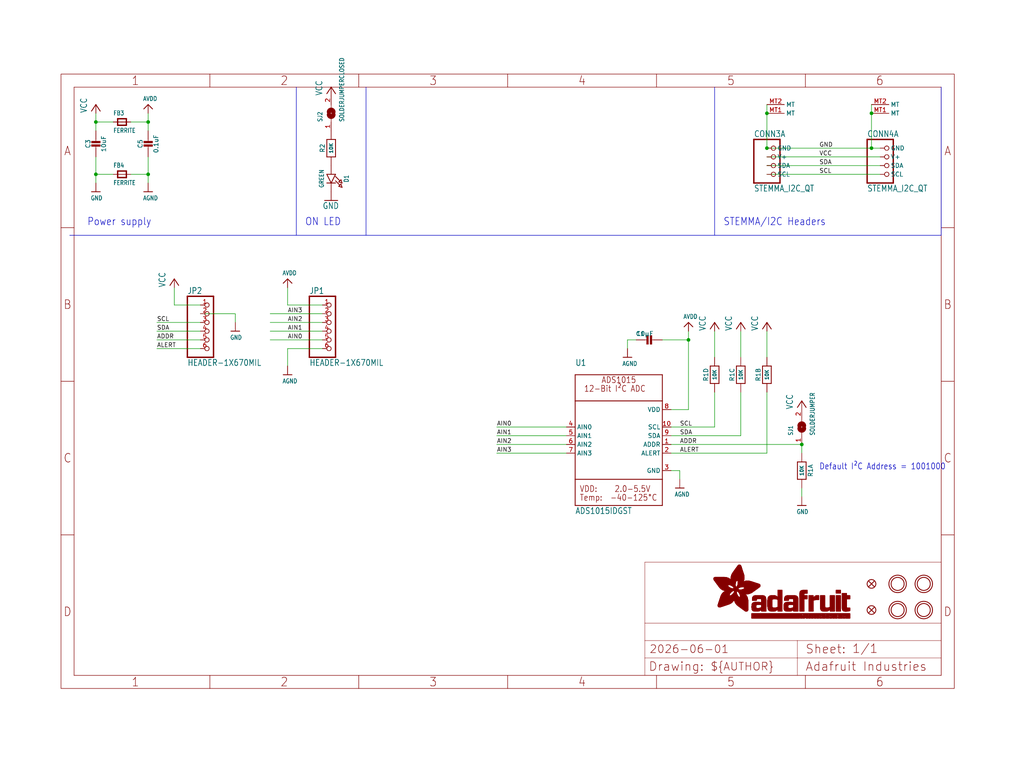
<source format=kicad_sch>
(kicad_sch (version 20231120) (generator "eeschema") (generator_version "8.0")
  (paper "User" 298.45 222.123)
  (lib_symbols
    (symbol "Adafruit ADS1115 ADC STEMMA QT-eagle-import:ADC_ADS1015"
      (property "Reference" "U" (at -12.7 20.32 0))
      (symbol "ADC_ADS1015_1_0"
        (text "-40-125°C" (at -2.54 -19.05 0) (effects (font (size 1.778 1.5113)) (justify left bottom)))
        (text "12-Bit I²C ADC" (at -10.16 12.7 0) (effects (font (size 1.778 1.5113)) (justify left bottom)))
        (text "2.0-5.5V" (at -1.27 -16.51 0) (effects (font (size 1.778 1.5113)) (justify left bottom)))
        (text "ADS1015" (at -5.08 15.24 0) (effects (font (size 1.778 1.5113)) (justify left bottom)))
        (text "Temp:" (at -11.43 -19.05 0) (effects (font (size 1.778 1.5113)) (justify left bottom)))
        (text "VDD:" (at -11.43 -16.51 0) (effects (font (size 1.778 1.5113)) (justify left bottom)))
        (pin bidirectional line (at 15.24 -2.54 180) (length 2.54) (name "ADDR") (number "1"))
        (pin bidirectional line (at 15.24 2.54 180) (length 2.54) (name "SCL") (number "10"))
        (pin bidirectional line (at 15.24 -5.08 180) (length 2.54) (name "ALERT") (number "2"))
        (pin bidirectional line (at 15.24 -10.16 180) (length 2.54) (name "GND") (number "3"))
        (pin bidirectional line (at -15.24 2.54 0) (length 2.54) (name "AIN0") (number "4"))
        (pin bidirectional line (at -15.24 0 0) (length 2.54) (name "AIN1") (number "5"))
        (pin bidirectional line (at -15.24 -2.54 0) (length 2.54) (name "AIN2") (number "6"))
        (pin bidirectional line (at -15.24 -5.08 0) (length 2.54) (name "AIN3") (number "7"))
        (pin bidirectional line (at 15.24 7.62 180) (length 2.54) (name "VDD") (number "8"))
        (pin bidirectional line (at 15.24 0 180) (length 2.54) (name "SDA") (number "9"))
      )
    )
    (symbol "Adafruit ADS1115 ADC STEMMA QT-eagle-import:AGND" (power)
      (symbol "AGND_1_0"
        (pin power_in line (at 0 2.54 270) (length 2.54) (name "AGND") (number "1"))
      )
    )
    (symbol "Adafruit ADS1115 ADC STEMMA QT-eagle-import:AVDD" (power)
      (symbol "AVDD_1_0"
        (pin power_in line (at 0 -2.54 90) (length 2.54) (name "AVDD") (number "1"))
      )
    )
    (symbol "Adafruit ADS1115 ADC STEMMA QT-eagle-import:CAP_CERAMIC0603_NO"
      (property "Reference" "C" (at -2.29 1.25 90))
      (symbol "CAP_CERAMIC0603_NO_1_0"
        (pin passive line (at 0 5.08 270) (length 2.54) (name "1") (number "1"))
        (pin passive line (at 0 -2.54 90) (length 2.54) (name "2") (number "2"))
      )
    )
    (symbol "Adafruit ADS1115 ADC STEMMA QT-eagle-import:CAP_CERAMIC0805-NOOUTLINE"
      (property "Reference" "C" (at -2.29 1.25 90))
      (symbol "CAP_CERAMIC0805-NOOUTLINE_1_0"
        (pin passive line (at 0 5.08 270) (length 2.54) (name "1") (number "1"))
        (pin passive line (at 0 -2.54 90) (length 2.54) (name "2") (number "2"))
      )
    )
    (symbol "Adafruit ADS1115 ADC STEMMA QT-eagle-import:FERRITE-0603NO"
      (property "Reference" "FB" (at -1.27 1.905 0))
      (symbol "FERRITE-0603NO_1_0"
        (pin passive line (at -2.54 0 0) (length 2.54) (name "P$1") (number "1"))
        (pin passive line (at 2.54 0 180) (length 2.54) (name "P$2") (number "2"))
      )
    )
    (symbol "Adafruit ADS1115 ADC STEMMA QT-eagle-import:FIDUCIAL_1MM")
    (symbol "Adafruit ADS1115 ADC STEMMA QT-eagle-import:FRAME_A4_ADAFRUIT"
      (symbol "FRAME_A4_ADAFRUIT_1_0"
        (text "${#}/${##}" (at 230.505 10.16 0) (effects (font (size 2.54 2.54)) (justify left bottom)))
        (text "${AUTHOR}" (at 189.23 5.08 0) (effects (font (size 2.286 2.286)) (justify left bottom)))
        (text "${CURRENT_DATE}" (at 171.45 10.16 0) (effects (font (size 2.286 2.286)) (justify left bottom)))
        (text "${PROJECTNAME}" (at 171.45 15.24 0) (effects (font (size 2.54 2.54)) (justify left bottom)))
        (text "1" (at 21.6958 1.905 0) (effects (font (size 2.54 2.286))))
        (text "1" (at 21.6958 177.165 0) (effects (font (size 2.54 2.286))))
        (text "2" (at 65.0875 1.905 0) (effects (font (size 2.54 2.286))))
        (text "2" (at 65.0875 177.165 0) (effects (font (size 2.54 2.286))))
        (text "3" (at 108.4792 1.905 0) (effects (font (size 2.54 2.286))))
        (text "3" (at 108.4792 177.165 0) (effects (font (size 2.54 2.286))))
        (text "4" (at 151.8708 1.905 0) (effects (font (size 2.54 2.286))))
        (text "4" (at 151.8708 177.165 0) (effects (font (size 2.54 2.286))))
        (text "5" (at 195.2625 1.905 0) (effects (font (size 2.54 2.286))))
        (text "5" (at 195.2625 177.165 0) (effects (font (size 2.54 2.286))))
        (text "6" (at 238.6542 1.905 0) (effects (font (size 2.54 2.286))))
        (text "6" (at 238.6542 177.165 0) (effects (font (size 2.54 2.286))))
        (text "A" (at 1.905 156.6863 0) (effects (font (size 2.54 2.286))))
        (text "A" (at 258.445 156.6863 0) (effects (font (size 2.54 2.286))))
        (text "Adafruit Industries" (at 216.916 4.953 0) (effects (font (size 2.54 2.54)) (justify left bottom)))
        (text "B" (at 1.905 111.9188 0) (effects (font (size 2.54 2.286))))
        (text "B" (at 258.445 111.9188 0) (effects (font (size 2.54 2.286))))
        (text "C" (at 1.905 67.1513 0) (effects (font (size 2.54 2.286))))
        (text "C" (at 258.445 67.1513 0) (effects (font (size 2.54 2.286))))
        (text "D" (at 1.905 22.3838 0) (effects (font (size 2.54 2.286))))
        (text "D" (at 258.445 22.3838 0) (effects (font (size 2.54 2.286))))
        (text "Drawing:" (at 171.196 4.953 0) (effects (font (size 2.54 2.54)) (justify left bottom)))
        (text "Sheet:" (at 216.916 10.033 0) (effects (font (size 2.54 2.54)) (justify left bottom)))
      )
    )
    (symbol "Adafruit ADS1115 ADC STEMMA QT-eagle-import:GND" (power)
      (symbol "GND_1_0"
        (pin power_in line (at 0 2.54 270) (length 2.54) (name "GND") (number "1"))
      )
    )
    (symbol "Adafruit ADS1115 ADC STEMMA QT-eagle-import:HEADER-1X670MIL"
      (property "Reference" "JP" (at -6.35 10.795 0))
      (symbol "HEADER-1X670MIL_1_0"
        (pin passive inverted (at -2.54 7.62 0) (length 2.54) (name "1") (number "1"))
        (pin passive inverted (at -2.54 5.08 0) (length 2.54) (name "2") (number "2"))
        (pin passive inverted (at -2.54 2.54 0) (length 2.54) (name "3") (number "3"))
        (pin passive inverted (at -2.54 0 0) (length 2.54) (name "4") (number "4"))
        (pin passive inverted (at -2.54 -2.54 0) (length 2.54) (name "5") (number "5"))
        (pin passive inverted (at -2.54 -5.08 0) (length 2.54) (name "6") (number "6"))
      )
    )
    (symbol "Adafruit ADS1115 ADC STEMMA QT-eagle-import:LED0603_NOOUTLINE"
      (property "Reference" "D" (at -1.27 4.445 0))
      (symbol "LED0603_NOOUTLINE_1_0"
        (pin passive line (at -5.08 0 0) (length 2.54) (name "A") (number "A"))
        (pin passive line (at 2.54 0 180) (length 2.54) (name "C") (number "C"))
      )
    )
    (symbol "Adafruit ADS1115 ADC STEMMA QT-eagle-import:MOUNTINGHOLE2.5")
    (symbol "Adafruit ADS1115 ADC STEMMA QT-eagle-import:RESISTOR_0603_NOOUT"
      (property "Reference" "R" (at 0 2.54 0))
      (symbol "RESISTOR_0603_NOOUT_1_0"
        (pin passive line (at -5.08 0 0) (length 2.54) (name "1") (number "1"))
        (pin passive line (at 5.08 0 180) (length 2.54) (name "2") (number "2"))
      )
    )
    (symbol "Adafruit ADS1115 ADC STEMMA QT-eagle-import:RESISTOR_4PACK"
      (property "Reference" "R" (at 0 2.54 0))
      (symbol "RESISTOR_4PACK_1_0"
        (pin passive line (at -5.08 0 0) (length 2.54) (name "1") (number "1"))
        (pin passive line (at 5.08 0 180) (length 2.54) (name "2") (number "8"))
      )
      (symbol "RESISTOR_4PACK_2_0"
        (pin passive line (at -5.08 0 0) (length 2.54) (name "1") (number "2"))
        (pin passive line (at 5.08 0 180) (length 2.54) (name "2") (number "7"))
      )
      (symbol "RESISTOR_4PACK_3_0"
        (pin passive line (at -5.08 0 0) (length 2.54) (name "1") (number "3"))
        (pin passive line (at 5.08 0 180) (length 2.54) (name "2") (number "6"))
      )
      (symbol "RESISTOR_4PACK_4_0"
        (pin passive line (at -5.08 0 0) (length 2.54) (name "1") (number "4"))
        (pin passive line (at 5.08 0 180) (length 2.54) (name "2") (number "5"))
      )
    )
    (symbol "Adafruit ADS1115 ADC STEMMA QT-eagle-import:SOLDERJUMPER"
      (property "Reference" "SJ" (at -2.54 2.54 0))
      (symbol "SOLDERJUMPER_1_0"
        (pin passive line (at -5.08 0 0) (length 2.54) (name "1") (number "1"))
        (pin passive line (at 5.08 0 180) (length 2.54) (name "2") (number "2"))
      )
    )
    (symbol "Adafruit ADS1115 ADC STEMMA QT-eagle-import:SOLDERJUMPERCLOSED"
      (property "Reference" "SJ" (at -2.54 2.54 0))
      (symbol "SOLDERJUMPERCLOSED_1_0"
        (pin passive line (at -5.08 0 0) (length 2.54) (name "1") (number "1"))
        (pin passive line (at 5.08 0 180) (length 2.54) (name "2") (number "2"))
      )
    )
    (symbol "Adafruit ADS1115 ADC STEMMA QT-eagle-import:STEMMA_I2C_QT"
      (symbol "STEMMA_I2C_QT_1_0"
        (pin passive inverted (at 0 5.08 0) (length 2.54) (name "GND") (number "1"))
        (pin passive inverted (at 0 2.54 0) (length 2.54) (name "V+") (number "2"))
        (pin passive inverted (at 0 0 0) (length 2.54) (name "SDA") (number "3"))
        (pin passive inverted (at 0 -2.54 0) (length 2.54) (name "SCL") (number "4"))
      )
      (symbol "STEMMA_I2C_QT_2_0"
        (pin bidirectional line (at 0 0 0) (length 5.08) (name "MT") (number "MT1"))
      )
      (symbol "STEMMA_I2C_QT_3_0"
        (pin bidirectional line (at 0 0 0) (length 5.08) (name "MT") (number "MT2"))
      )
    )
    (symbol "Adafruit ADS1115 ADC STEMMA QT-eagle-import:VCC" (power)
      (symbol "VCC_1_0"
        (pin power_in line (at 0 -2.54 90) (length 2.54) (name "VCC") (number "1"))
      )
    )
    (symbol "Adafruit ADS1115 ADC STEMMA QT-eagle-import:supply1_GND" (power)
      (symbol "supply1_GND_1_0"
        (pin power_in line (at 0 2.54 270) (length 2.54) (name "GND") (number "1"))
      )
    )
  )
  (junction (at 43.18 50.8))
  (junction (at 254 43.18))
  (junction (at 27.94 35.56))
  (junction (at 200.66 99.06))
  (junction (at 233.68 129.54))
  (junction (at 223.52 33.02))
  (junction (at 223.52 43.18))
  (junction (at 254 33.02))
  (junction (at 27.94 50.8))
  (junction (at 43.18 35.56))
  (wire (pts (xy 165.1 129.54) (xy 144.78 129.54)) (stroke (width 0.1524)))
  (wire (pts (xy 200.66 119.38) (xy 200.66 99.06)) (stroke (width 0.1524)))
  (wire (pts (xy 200.66 99.06) (xy 193.04 99.06)) (stroke (width 0.1524)))
  (wire (pts (xy 93.98 101.6) (xy 83.82 101.6)) (stroke (width 0.1524)))
  (wire (pts (xy 215.9 104.14) (xy 215.9 96.52)) (stroke (width 0.1524)))
  (wire (pts (xy 50.8 88.9) (xy 50.8 83.82)) (stroke (width 0.1524)))
  (wire (pts (xy 27.94 33.02) (xy 27.94 35.56)) (stroke (width 0.1524)))
  (wire (pts (xy 58.42 101.6) (xy 45.72 101.6)) (stroke (width 0.1524)))
  (wire (pts (xy 254 33.02) (xy 254 43.18)) (stroke (width 0.1524)))
  (wire (pts (xy 83.82 101.6) (xy 83.82 106.68)) (stroke (width 0.1524)))
  (polyline (pts (xy 20.32 68.58) (xy 86.36 68.58)) (stroke (width 0.1524) (type solid)))
  (wire (pts (xy 93.98 88.9) (xy 83.82 88.9)) (stroke (width 0.1524)))
  (wire (pts (xy 223.52 132.08) (xy 223.52 114.3)) (stroke (width 0.1524)))
  (wire (pts (xy 27.94 53.34) (xy 27.94 50.8)) (stroke (width 0.1524)))
  (wire (pts (xy 58.42 96.52) (xy 45.72 96.52)) (stroke (width 0.1524)))
  (wire (pts (xy 144.78 124.46) (xy 165.1 124.46)) (stroke (width 0.1524)))
  (polyline (pts (xy 106.68 25.4) (xy 106.68 68.58)) (stroke (width 0.1524) (type solid)))
  (wire (pts (xy 223.52 33.02) (xy 223.52 43.18)) (stroke (width 0.1524)))
  (wire (pts (xy 223.52 50.8) (xy 256.54 50.8)) (stroke (width 0.1524)))
  (wire (pts (xy 195.58 132.08) (xy 223.52 132.08)) (stroke (width 0.1524)))
  (wire (pts (xy 43.18 45.72) (xy 43.18 50.8)) (stroke (width 0.1524)))
  (wire (pts (xy 223.52 45.72) (xy 256.54 45.72)) (stroke (width 0.1524)))
  (wire (pts (xy 68.58 91.44) (xy 68.58 93.98)) (stroke (width 0.1524)))
  (wire (pts (xy 195.58 137.16) (xy 198.12 137.16)) (stroke (width 0.1524)))
  (wire (pts (xy 256.54 48.26) (xy 223.52 48.26)) (stroke (width 0.1524)))
  (wire (pts (xy 38.1 50.8) (xy 43.18 50.8)) (stroke (width 0.1524)))
  (wire (pts (xy 27.94 35.56) (xy 33.02 35.56)) (stroke (width 0.1524)))
  (wire (pts (xy 182.88 99.06) (xy 182.88 101.6)) (stroke (width 0.1524)))
  (wire (pts (xy 27.94 50.8) (xy 33.02 50.8)) (stroke (width 0.1524)))
  (wire (pts (xy 223.52 30.48) (xy 223.52 33.02)) (stroke (width 0.1524)))
  (wire (pts (xy 254 30.48) (xy 254 33.02)) (stroke (width 0.1524)))
  (wire (pts (xy 58.42 93.98) (xy 45.72 93.98)) (stroke (width 0.1524)))
  (polyline (pts (xy 86.36 68.58) (xy 106.68 68.58)) (stroke (width 0.1524) (type solid)))
  (wire (pts (xy 195.58 127) (xy 215.9 127)) (stroke (width 0.1524)))
  (polyline (pts (xy 208.28 68.58) (xy 274.32 68.58)) (stroke (width 0.1524) (type solid)))
  (wire (pts (xy 78.74 91.44) (xy 93.98 91.44)) (stroke (width 0.1524)))
  (wire (pts (xy 195.58 124.46) (xy 208.28 124.46)) (stroke (width 0.1524)))
  (wire (pts (xy 233.68 142.24) (xy 233.68 144.78)) (stroke (width 0.1524)))
  (polyline (pts (xy 86.36 25.4) (xy 86.36 68.58)) (stroke (width 0.1524) (type solid)))
  (wire (pts (xy 78.74 93.98) (xy 93.98 93.98)) (stroke (width 0.1524)))
  (polyline (pts (xy 274.32 25.4) (xy 274.32 68.58)) (stroke (width 0.1524) (type solid)))
  (wire (pts (xy 78.74 99.06) (xy 93.98 99.06)) (stroke (width 0.1524)))
  (wire (pts (xy 195.58 119.38) (xy 200.66 119.38)) (stroke (width 0.1524)))
  (wire (pts (xy 215.9 127) (xy 215.9 114.3)) (stroke (width 0.1524)))
  (wire (pts (xy 83.82 88.9) (xy 83.82 83.82)) (stroke (width 0.1524)))
  (wire (pts (xy 165.1 127) (xy 144.78 127)) (stroke (width 0.1524)))
  (wire (pts (xy 208.28 124.46) (xy 208.28 114.3)) (stroke (width 0.1524)))
  (polyline (pts (xy 208.28 25.4) (xy 208.28 68.58)) (stroke (width 0.1524) (type solid)))
  (wire (pts (xy 200.66 99.06) (xy 200.66 96.52)) (stroke (width 0.1524)))
  (wire (pts (xy 27.94 50.8) (xy 27.94 45.72)) (stroke (width 0.1524)))
  (wire (pts (xy 223.52 104.14) (xy 223.52 96.52)) (stroke (width 0.1524)))
  (wire (pts (xy 43.18 35.56) (xy 43.18 38.1)) (stroke (width 0.1524)))
  (wire (pts (xy 78.74 96.52) (xy 93.98 96.52)) (stroke (width 0.1524)))
  (wire (pts (xy 198.12 137.16) (xy 198.12 139.7)) (stroke (width 0.1524)))
  (wire (pts (xy 195.58 129.54) (xy 233.68 129.54)) (stroke (width 0.1524)))
  (polyline (pts (xy 106.68 68.58) (xy 208.28 68.58)) (stroke (width 0.1524) (type solid)))
  (wire (pts (xy 256.54 43.18) (xy 254 43.18)) (stroke (width 0.1524)))
  (wire (pts (xy 185.42 99.06) (xy 182.88 99.06)) (stroke (width 0.1524)))
  (wire (pts (xy 38.1 35.56) (xy 43.18 35.56)) (stroke (width 0.1524)))
  (wire (pts (xy 254 43.18) (xy 223.52 43.18)) (stroke (width 0.1524)))
  (wire (pts (xy 58.42 91.44) (xy 68.58 91.44)) (stroke (width 0.1524)))
  (wire (pts (xy 27.94 35.56) (xy 27.94 38.1)) (stroke (width 0.1524)))
  (wire (pts (xy 208.28 104.14) (xy 208.28 96.52)) (stroke (width 0.1524)))
  (wire (pts (xy 58.42 88.9) (xy 50.8 88.9)) (stroke (width 0.1524)))
  (wire (pts (xy 43.18 35.56) (xy 43.18 33.02)) (stroke (width 0.1524)))
  (wire (pts (xy 233.68 129.54) (xy 233.68 132.08)) (stroke (width 0.1524)))
  (wire (pts (xy 43.18 50.8) (xy 43.18 53.34)) (stroke (width 0.1524)))
  (wire (pts (xy 58.42 99.06) (xy 45.72 99.06)) (stroke (width 0.1524)))
  (wire (pts (xy 165.1 132.08) (xy 144.78 132.08)) (stroke (width 0.1524)))
  (text "ON LED" (at 88.9 66.04 0) (effects (font (size 2.1844 1.8567)) (justify left bottom)))
  (text "STEMMA/I2C Headers" (at 210.82 66.04 0) (effects (font (size 2.1844 1.8567)) (justify left bottom)))
  (text "Power supply" (at 25.4 66.04 0) (effects (font (size 2.1844 1.8567)) (justify left bottom)))
  (text "Default I²C Address = 1001000" (at 238.76 137.16 0) (effects (font (size 1.778 1.5113)) (justify left bottom)))
  (label "SDA" (at 45.72 96.52 0) (effects (font (size 1.2446 1.2446))))
  (label "ADDR" (at 45.72 99.06 0) (effects (font (size 1.2446 1.2446))))
  (label "AIN2" (at 144.78 129.54 0) (effects (font (size 1.2446 1.2446))))
  (label "AIN3" (at 83.82 91.44 0) (effects (font (size 1.2446 1.2446))))
  (label "AIN0" (at 144.78 124.46 0) (effects (font (size 1.2446 1.2446))))
  (label "SDA" (at 238.76 48.26 0) (effects (font (size 1.2446 1.2446))))
  (label "AIN0" (at 83.82 99.06 0) (effects (font (size 1.2446 1.2446))))
  (label "SCL" (at 198.12 124.46 0) (effects (font (size 1.2446 1.2446))))
  (label "SCL" (at 45.72 93.98 0) (effects (font (size 1.2446 1.2446))))
  (label "VCC" (at 238.76 45.72 0) (effects (font (size 1.2446 1.2446))))
  (label "SCL" (at 238.76 50.8 0) (effects (font (size 1.2446 1.2446))))
  (label "ALERT" (at 45.72 101.6 0) (effects (font (size 1.2446 1.2446))))
  (label "ADDR" (at 198.12 129.54 0) (effects (font (size 1.2446 1.2446))))
  (label "GND" (at 238.76 43.18 0) (effects (font (size 1.2446 1.2446))))
  (label "AIN1" (at 144.78 127 0) (effects (font (size 1.2446 1.2446))))
  (label "AIN3" (at 144.78 132.08 0) (effects (font (size 1.2446 1.2446))))
  (label "SDA" (at 198.12 127 0) (effects (font (size 1.2446 1.2446))))
  (label "ALERT" (at 198.12 132.08 0) (effects (font (size 1.2446 1.2446))))
  (label "AIN2" (at 83.82 93.98 0) (effects (font (size 1.2446 1.2446))))
  (label "AIN1" (at 83.82 96.52 0) (effects (font (size 1.2446 1.2446))))
  (symbol (lib_id "Adafruit ADS1115 ADC STEMMA QT-eagle-import:MOUNTINGHOLE2.5") (at 269.24 170.18 0) (unit 1)
    (property "Reference" "U$29" (effects (hide yes)))
    (property "Value" "MOUNTINGHOLE2.5" (effects (hide yes)))
    (property "Footprint" "Adafruit ADS1115 ADC STEMMA QT:MOUNTINGHOLE_2.5_PLATED" (effects (hide yes)))
  )
  (symbol (lib_id "Adafruit ADS1115 ADC STEMMA QT-eagle-import:AGND") (at 43.18 55.88 0) (unit 1)
    (property "Reference" "#U$19" (effects (hide yes)))
    (property "Value" "AGND" (at 41.656 58.42 0) (effects (font (size 1.27 1.0795)) (justify left bottom)))
  )
  (symbol (lib_id "Adafruit ADS1115 ADC STEMMA QT-eagle-import:VCC") (at 50.8 81.28 0) (unit 1)
    (property "Reference" "#P+4" (effects (hide yes)))
    (property "Value" "VCC" (at 48.26 83.82 90) (effects (font (size 1.778 1.5113)) (justify left bottom)))
  )
  (symbol (lib_id "Adafruit ADS1115 ADC STEMMA QT-eagle-import:FRAME_A4_ADAFRUIT") (at 17.78 200.66 0) (unit 1)
    (property "Reference" "#U$28" (effects (hide yes)))
    (property "Value" "FRAME_A4_ADAFRUIT" (effects (hide yes)))
  )
  (symbol (lib_id "Adafruit ADS1115 ADC STEMMA QT-eagle-import:VCC") (at 27.94 30.48 0) (unit 1)
    (property "Reference" "#P+3" (effects (hide yes)))
    (property "Value" "VCC" (at 25.4 33.02 90) (effects (font (size 1.778 1.5113)) (justify left bottom)))
  )
  (symbol (lib_id "Adafruit ADS1115 ADC STEMMA QT-eagle-import:RESISTOR_4PACK") (at 233.68 137.16 270) (unit 1)
    (property "Reference" "R1" (at 236.22 137.16 0))
    (property "Value" "10K" (at 233.68 137.16 0) (effects (font (size 1.016 1.016) (thickness 0.2032) (bold yes))))
    (property "Footprint" "Adafruit ADS1115 ADC STEMMA QT:RESPACK_4X0603" (effects (hide yes)))
  )
  (symbol (lib_id "Adafruit ADS1115 ADC STEMMA QT-eagle-import:FERRITE-0603NO") (at 35.56 35.56 0) (unit 1)
    (property "Reference" "FB3" (at 33.02 33.655 0) (effects (font (size 1.27 1.0795)) (justify left bottom)))
    (property "Value" "FERRITE" (at 33.02 38.735 0) (effects (font (size 1.27 1.0795)) (justify left bottom)))
    (property "Footprint" "Adafruit ADS1115 ADC STEMMA QT:0603-NO" (effects (hide yes)))
  )
  (symbol (lib_id "Adafruit ADS1115 ADC STEMMA QT-eagle-import:SOLDERJUMPER") (at 233.68 124.46 90) (unit 1)
    (property "Reference" "SJ1" (at 231.14 127 0) (effects (font (size 1.27 1.0795)) (justify left bottom)))
    (property "Value" "SOLDERJUMPER" (at 237.49 127 0) (effects (font (size 1.27 1.0795)) (justify left bottom)))
    (property "Footprint" "Adafruit ADS1115 ADC STEMMA QT:SOLDERJUMPER_ARROW_NOPASTE" (effects (hide yes)))
  )
  (symbol (lib_id "Adafruit ADS1115 ADC STEMMA QT-eagle-import:HEADER-1X670MIL") (at 60.96 96.52 0) (unit 1)
    (property "Reference" "JP2" (at 54.61 85.725 0) (effects (font (size 1.778 1.5113)) (justify left bottom)))
    (property "Value" "HEADER-1X670MIL" (at 54.61 106.68 0) (effects (font (size 1.778 1.5113)) (justify left bottom)))
    (property "Footprint" "Adafruit ADS1115 ADC STEMMA QT:1X06_ROUND_70" (effects (hide yes)))
  )
  (symbol (lib_id "Adafruit ADS1115 ADC STEMMA QT-eagle-import:GND") (at 27.94 55.88 0) (unit 1)
    (property "Reference" "#U$7" (effects (hide yes)))
    (property "Value" "GND" (at 26.416 58.42 0) (effects (font (size 1.27 1.0795)) (justify left bottom)))
  )
  (symbol (lib_id "Adafruit ADS1115 ADC STEMMA QT-eagle-import:MOUNTINGHOLE2.5") (at 261.62 177.8 0) (unit 1)
    (property "Reference" "U$25" (effects (hide yes)))
    (property "Value" "MOUNTINGHOLE2.5" (effects (hide yes)))
    (property "Footprint" "Adafruit ADS1115 ADC STEMMA QT:MOUNTINGHOLE_2.5_PLATED" (effects (hide yes)))
  )
  (symbol (lib_id "Adafruit ADS1115 ADC STEMMA QT-eagle-import:CAP_CERAMIC0805-NOOUTLINE") (at 190.5 99.06 90) (unit 1)
    (property "Reference" "C1" (at 187.96 96.52 90) (effects (justify left bottom)))
    (property "Value" "10µF" (at 190.5 96.52 90) (effects (justify left bottom)))
    (property "Footprint" "Adafruit ADS1115 ADC STEMMA QT:0805-NO" (effects (hide yes)))
  )
  (symbol (lib_id "Adafruit ADS1115 ADC STEMMA QT-eagle-import:GND") (at 233.68 147.32 0) (unit 1)
    (property "Reference" "#U$6" (effects (hide yes)))
    (property "Value" "GND" (at 232.156 149.86 0) (effects (font (size 1.27 1.0795)) (justify left bottom)))
  )
  (symbol (lib_id "Adafruit ADS1115 ADC STEMMA QT-eagle-import:RESISTOR_4PACK") (at 215.9 109.22 90) (unit 3)
    (property "Reference" "R1" (at 213.36 109.22 0))
    (property "Value" "10K" (at 215.9 109.22 0) (effects (font (size 1.016 1.016) (thickness 0.2032) (bold yes))))
    (property "Footprint" "Adafruit ADS1115 ADC STEMMA QT:RESPACK_4X0603" (effects (hide yes)))
  )
  (symbol (lib_id "Adafruit ADS1115 ADC STEMMA QT-eagle-import:RESISTOR_4PACK") (at 223.52 109.22 90) (unit 2)
    (property "Reference" "R1" (at 220.98 109.22 0))
    (property "Value" "10K" (at 223.52 109.22 0) (effects (font (size 1.016 1.016) (thickness 0.2032) (bold yes))))
    (property "Footprint" "Adafruit ADS1115 ADC STEMMA QT:RESPACK_4X0603" (effects (hide yes)))
  )
  (symbol (lib_id "Adafruit ADS1115 ADC STEMMA QT-eagle-import:VCC") (at 208.28 93.98 0) (unit 1)
    (property "Reference" "#P+1" (effects (hide yes)))
    (property "Value" "VCC" (at 205.74 96.52 90) (effects (font (size 1.778 1.5113)) (justify left bottom)))
  )
  (symbol (lib_id "Adafruit ADS1115 ADC STEMMA QT-eagle-import:VCC") (at 233.68 116.84 0) (unit 1)
    (property "Reference" "#P+7" (effects (hide yes)))
    (property "Value" "VCC" (at 231.14 119.38 90) (effects (font (size 1.778 1.5113)) (justify left bottom)))
  )
  (symbol (lib_id "Adafruit ADS1115 ADC STEMMA QT-eagle-import:supply1_GND") (at 96.52 58.42 0) (unit 1)
    (property "Reference" "#GND6" (effects (hide yes)))
    (property "Value" "GND" (at 93.98 60.96 0) (effects (font (size 1.778 1.5113)) (justify left bottom)))
  )
  (symbol (lib_id "Adafruit ADS1115 ADC STEMMA QT-eagle-import:VCC") (at 223.52 93.98 0) (unit 1)
    (property "Reference" "#P+6" (effects (hide yes)))
    (property "Value" "VCC" (at 220.98 96.52 90) (effects (font (size 1.778 1.5113)) (justify left bottom)))
  )
  (symbol (lib_id "Adafruit ADS1115 ADC STEMMA QT-eagle-import:SOLDERJUMPERCLOSED") (at 96.52 33.02 90) (unit 1)
    (property "Reference" "SJ2" (at 93.98 35.56 0) (effects (font (size 1.27 1.0795)) (justify left bottom)))
    (property "Value" "SOLDERJUMPERCLOSED" (at 100.33 35.56 0) (effects (font (size 1.27 1.0795)) (justify left bottom)))
    (property "Footprint" "Adafruit ADS1115 ADC STEMMA QT:SOLDERJUMPER_CLOSEDWIRE" (effects (hide yes)))
  )
  (symbol (lib_id "Adafruit ADS1115 ADC STEMMA QT-eagle-import:CAP_CERAMIC0603_NO") (at 43.18 43.18 0) (unit 1)
    (property "Reference" "C5" (at 40.89 41.93 90))
    (property "Value" "0.1uF" (at 45.48 41.93 90))
    (property "Footprint" "Adafruit ADS1115 ADC STEMMA QT:0603-NO" (effects (hide yes)))
  )
  (symbol (lib_id "Adafruit ADS1115 ADC STEMMA QT-eagle-import:ADC_ADS1015") (at 180.34 127 0) (unit 1)
    (property "Reference" "U1" (at 167.64 106.68 0) (effects (font (size 1.778 1.5113)) (justify left bottom)))
    (property "Value" "ADS1015IDGST" (at 167.64 149.86 0) (effects (font (size 1.778 1.5113)) (justify left bottom)))
    (property "Footprint" "Adafruit ADS1115 ADC STEMMA QT:MSOP10" (effects (hide yes)))
  )
  (symbol (lib_id "Adafruit ADS1115 ADC STEMMA QT-eagle-import:RESISTOR_4PACK") (at 208.28 109.22 90) (unit 4)
    (property "Reference" "R1" (at 205.74 109.22 0))
    (property "Value" "10K" (at 208.28 109.22 0) (effects (font (size 1.016 1.016) (thickness 0.2032) (bold yes))))
    (property "Footprint" "Adafruit ADS1115 ADC STEMMA QT:RESPACK_4X0603" (effects (hide yes)))
  )
  (symbol (lib_id "Adafruit ADS1115 ADC STEMMA QT-eagle-import:AGND") (at 83.82 109.22 0) (unit 1)
    (property "Reference" "#U$12" (effects (hide yes)))
    (property "Value" "AGND" (at 82.296 111.76 0) (effects (font (size 1.27 1.0795)) (justify left bottom)))
  )
  (symbol (lib_id "Adafruit ADS1115 ADC STEMMA QT-eagle-import:MOUNTINGHOLE2.5") (at 269.24 177.8 0) (unit 1)
    (property "Reference" "U$30" (effects (hide yes)))
    (property "Value" "MOUNTINGHOLE2.5" (effects (hide yes)))
    (property "Footprint" "Adafruit ADS1115 ADC STEMMA QT:MOUNTINGHOLE_2.5_PLATED" (effects (hide yes)))
  )
  (symbol (lib_id "Adafruit ADS1115 ADC STEMMA QT-eagle-import:FIDUCIAL_1MM") (at 254 170.18 0) (unit 1)
    (property "Reference" "FID4" (effects (hide yes)))
    (property "Value" "FIDUCIAL_1MM" (effects (hide yes)))
    (property "Footprint" "Adafruit ADS1115 ADC STEMMA QT:FIDUCIAL_1MM" (effects (hide yes)))
  )
  (symbol (lib_id "Adafruit ADS1115 ADC STEMMA QT-eagle-import:VCC") (at 215.9 93.98 0) (unit 1)
    (property "Reference" "#P+2" (effects (hide yes)))
    (property "Value" "VCC" (at 213.36 96.52 90) (effects (font (size 1.778 1.5113)) (justify left bottom)))
  )
  (symbol (lib_id "Adafruit ADS1115 ADC STEMMA QT-eagle-import:CAP_CERAMIC0805-NOOUTLINE") (at 27.94 43.18 0) (unit 1)
    (property "Reference" "C3" (at 25.65 41.93 90))
    (property "Value" "10uF" (at 30.24 41.93 90))
    (property "Footprint" "Adafruit ADS1115 ADC STEMMA QT:0805-NO" (effects (hide yes)))
  )
  (symbol (lib_id "Adafruit ADS1115 ADC STEMMA QT-eagle-import:STEMMA_I2C_QT") (at 256.54 48.26 0) (unit 1)
    (property "Reference" "CONN4" (at 252.73 40.005 0) (effects (font (size 1.778 1.5113)) (justify left bottom)))
    (property "Value" "STEMMA_I2C_QT" (at 252.73 55.88 0) (effects (font (size 1.778 1.5113)) (justify left bottom)))
    (property "Footprint" "Adafruit ADS1115 ADC STEMMA QT:JST_SH4" (effects (hide yes)))
  )
  (symbol (lib_id "Adafruit ADS1115 ADC STEMMA QT-eagle-import:STEMMA_I2C_QT") (at 223.52 48.26 0) (unit 1)
    (property "Reference" "CONN3" (at 219.71 40.005 0) (effects (font (size 1.778 1.5113)) (justify left bottom)))
    (property "Value" "STEMMA_I2C_QT" (at 219.71 55.88 0) (effects (font (size 1.778 1.5113)) (justify left bottom)))
    (property "Footprint" "Adafruit ADS1115 ADC STEMMA QT:JST_SH4" (effects (hide yes)))
  )
  (symbol (lib_id "Adafruit ADS1115 ADC STEMMA QT-eagle-import:STEMMA_I2C_QT") (at 223.52 30.48 0) (unit 3)
    (property "Reference" "CONN3" (effects (hide yes)))
    (property "Value" "STEMMA_I2C_QT" (effects (hide yes)))
    (property "Footprint" "Adafruit ADS1115 ADC STEMMA QT:JST_SH4" (effects (hide yes)))
  )
  (symbol (lib_id "Adafruit ADS1115 ADC STEMMA QT-eagle-import:AVDD") (at 83.82 81.28 0) (unit 1)
    (property "Reference" "#U$11" (effects (hide yes)))
    (property "Value" "AVDD" (at 82.296 80.264 0) (effects (font (size 1.27 1.0795)) (justify left bottom)))
  )
  (symbol (lib_id "Adafruit ADS1115 ADC STEMMA QT-eagle-import:FIDUCIAL_1MM") (at 254 177.8 0) (unit 1)
    (property "Reference" "FID3" (effects (hide yes)))
    (property "Value" "FIDUCIAL_1MM" (effects (hide yes)))
    (property "Footprint" "Adafruit ADS1115 ADC STEMMA QT:FIDUCIAL_1MM" (effects (hide yes)))
  )
  (symbol (lib_id "Adafruit ADS1115 ADC STEMMA QT-eagle-import:LED0603_NOOUTLINE") (at 96.52 53.34 270) (unit 1)
    (property "Reference" "D1" (at 100.965 52.07 0) (effects (font (size 1.27 1.0795))))
    (property "Value" "GREEN" (at 93.726 52.07 0) (effects (font (size 1.27 1.0795))))
    (property "Footprint" "Adafruit ADS1115 ADC STEMMA QT:CHIPLED_0603_NOOUTLINE" (effects (hide yes)))
  )
  (symbol (lib_id "Adafruit ADS1115 ADC STEMMA QT-eagle-import:HEADER-1X670MIL") (at 96.52 96.52 0) (unit 1)
    (property "Reference" "JP1" (at 90.17 85.725 0) (effects (font (size 1.778 1.5113)) (justify left bottom)))
    (property "Value" "HEADER-1X670MIL" (at 90.17 106.68 0) (effects (font (size 1.778 1.5113)) (justify left bottom)))
    (property "Footprint" "Adafruit ADS1115 ADC STEMMA QT:1X06_ROUND_70" (effects (hide yes)))
  )
  (symbol (lib_id "Adafruit ADS1115 ADC STEMMA QT-eagle-import:FERRITE-0603NO") (at 35.56 50.8 0) (unit 1)
    (property "Reference" "FB4" (at 33.02 48.895 0) (effects (font (size 1.27 1.0795)) (justify left bottom)))
    (property "Value" "FERRITE" (at 33.02 53.975 0) (effects (font (size 1.27 1.0795)) (justify left bottom)))
    (property "Footprint" "Adafruit ADS1115 ADC STEMMA QT:0603-NO" (effects (hide yes)))
  )
  (symbol (lib_id "Adafruit ADS1115 ADC STEMMA QT-eagle-import:VCC") (at 96.52 25.4 0) (unit 1)
    (property "Reference" "#P+5" (effects (hide yes)))
    (property "Value" "VCC" (at 93.98 27.94 90) (effects (font (size 1.778 1.5113)) (justify left bottom)))
  )
  (symbol (lib_id "Adafruit ADS1115 ADC STEMMA QT-eagle-import:STEMMA_I2C_QT") (at 254 33.02 0) (unit 2)
    (property "Reference" "CONN4" (effects (hide yes)))
    (property "Value" "STEMMA_I2C_QT" (effects (hide yes)))
    (property "Footprint" "Adafruit ADS1115 ADC STEMMA QT:JST_SH4" (effects (hide yes)))
  )
  (symbol (lib_id "Adafruit ADS1115 ADC STEMMA QT-eagle-import:RESISTOR_0603_NOOUT") (at 96.52 43.18 90) (unit 1)
    (property "Reference" "R2" (at 93.98 43.18 0))
    (property "Value" "10K" (at 96.52 43.18 0) (effects (font (size 1.016 1.016) (thickness 0.2032) (bold yes))))
    (property "Footprint" "Adafruit ADS1115 ADC STEMMA QT:0603-NO" (effects (hide yes)))
  )
  (symbol (lib_id "Adafruit ADS1115 ADC STEMMA QT-eagle-import:STEMMA_I2C_QT") (at 254 30.48 0) (unit 3)
    (property "Reference" "CONN4" (effects (hide yes)))
    (property "Value" "STEMMA_I2C_QT" (effects (hide yes)))
    (property "Footprint" "Adafruit ADS1115 ADC STEMMA QT:JST_SH4" (effects (hide yes)))
  )
  (symbol (lib_id "Adafruit ADS1115 ADC STEMMA QT-eagle-import:AVDD") (at 200.66 93.98 0) (unit 1)
    (property "Reference" "#U$10" (effects (hide yes)))
    (property "Value" "AVDD" (at 199.136 92.964 0) (effects (font (size 1.27 1.0795)) (justify left bottom)))
  )
  (symbol (lib_id "Adafruit ADS1115 ADC STEMMA QT-eagle-import:AVDD") (at 43.18 30.48 0) (unit 1)
    (property "Reference" "#U$9" (effects (hide yes)))
    (property "Value" "AVDD" (at 41.656 29.464 0) (effects (font (size 1.27 1.0795)) (justify left bottom)))
  )
  (symbol (lib_id "Adafruit ADS1115 ADC STEMMA QT-eagle-import:GND") (at 68.58 96.52 0) (unit 1)
    (property "Reference" "#U$18" (effects (hide yes)))
    (property "Value" "GND" (at 67.056 99.06 0) (effects (font (size 1.27 1.0795)) (justify left bottom)))
  )
  (symbol (lib_id "Adafruit ADS1115 ADC STEMMA QT-eagle-import:AGND") (at 198.12 142.24 0) (unit 1)
    (property "Reference" "#U$5" (effects (hide yes)))
    (property "Value" "AGND" (at 196.596 144.78 0) (effects (font (size 1.27 1.0795)) (justify left bottom)))
  )
  (symbol (lib_id "Adafruit ADS1115 ADC STEMMA QT-eagle-import:STEMMA_I2C_QT") (at 223.52 33.02 0) (unit 2)
    (property "Reference" "CONN3" (effects (hide yes)))
    (property "Value" "STEMMA_I2C_QT" (effects (hide yes)))
    (property "Footprint" "Adafruit ADS1115 ADC STEMMA QT:JST_SH4" (effects (hide yes)))
  )
  (symbol (lib_id "Adafruit ADS1115 ADC STEMMA QT-eagle-import:AGND") (at 182.88 104.14 0) (unit 1)
    (property "Reference" "#U$2" (effects (hide yes)))
    (property "Value" "AGND" (at 181.356 106.68 0) (effects (font (size 1.27 1.0795)) (justify left bottom)))
  )
  (symbol (lib_id "Adafruit ADS1115 ADC STEMMA QT-eagle-import:MOUNTINGHOLE2.5") (at 261.62 170.18 0) (unit 1)
    (property "Reference" "U$27" (effects (hide yes)))
    (property "Value" "MOUNTINGHOLE2.5" (effects (hide yes)))
    (property "Footprint" "Adafruit ADS1115 ADC STEMMA QT:MOUNTINGHOLE_2.5_PLATED" (effects (hide yes)))
  )
)
</source>
